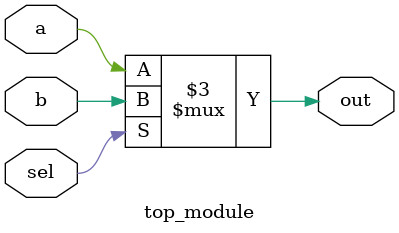
<source format=sv>
module top_module (
    input a,
    input b,
    input sel,
    output reg out
);

    always @ (sel)
        if (sel)
            out = b;
        else
            out = a;

endmodule

</source>
